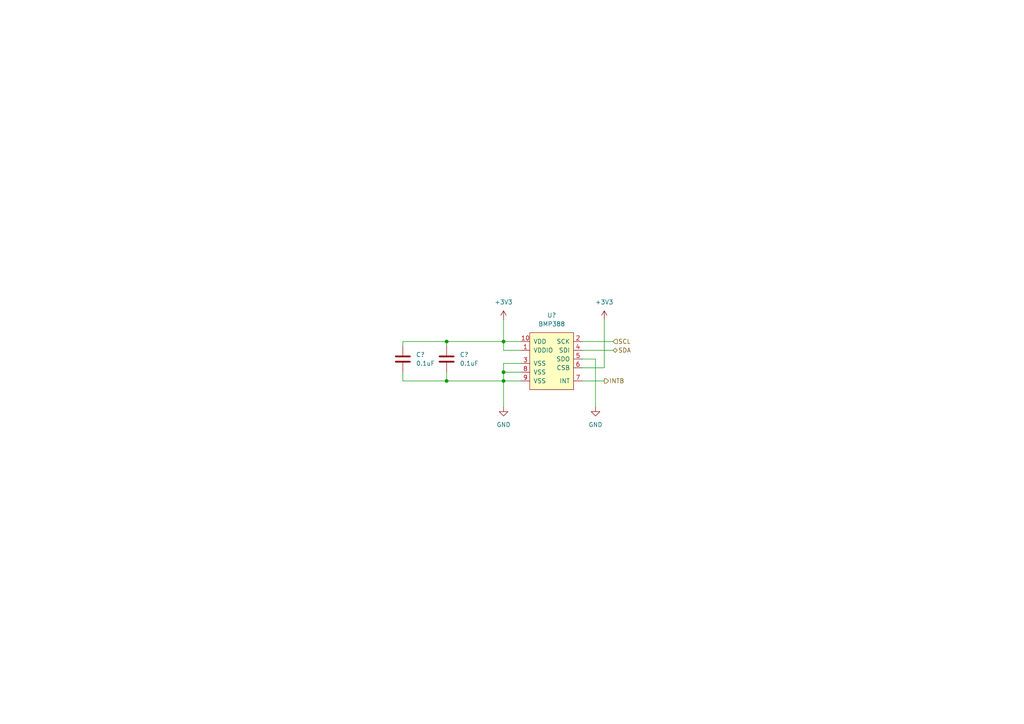
<source format=kicad_sch>
(kicad_sch (version 20211123) (generator eeschema)
  (paper "A4")
  (lib_symbols
    (symbol "Device:C" (pin_numbers hide) (pin_names (offset 0.254))
      (property "Reference" "C" (at 0.635 2.54 0))
      (property "Value" "C" (at 0.635 -2.54 0))
      (symbol "C_0_1"
        (polyline (pts (xy -2.032 -0.762) (xy 2.032 -0.762)) (stroke (width 0.508)))
        (polyline (pts (xy -2.032 0.762) (xy 2.032 0.762)) (stroke (width 0.508)))
      )
      (symbol "C_1_1"
        (pin passive line (at 0 3.81 270) (length 2.794) (name "~") (number "1"))
        (pin passive line (at 0 -3.81 90) (length 2.794) (name "~") (number "2"))
      )
    )
    (symbol "TBC_Sensors:BMP388" (pin_names (offset 1.016))
      (property "Reference" "U3" (at 0 12.7 0))
      (property "Value" "BMP388" (at 0 10.16 0))
      (symbol "BMP388_0_1"
        (rectangle (start -6.35 7.62) (end 6.35 -8.89) (fill (type background)))
      )
      (symbol "BMP388_1_1"
        (pin power_in line (at -8.89 2.54 0) (length 2.54) (name "VDDIO") (number "1"))
        (pin power_in line (at -8.89 5.08 0) (length 2.54) (name "VDD") (number "10"))
        (pin input line (at 8.89 5.08 180) (length 2.54) (name "SCK") (number "2"))
        (pin unspecified line (at -8.89 -1.27 0) (length 2.54) (name "VSS") (number "3"))
        (pin bidirectional line (at 8.89 2.54 180) (length 2.54) (name "SDI") (number "4"))
        (pin bidirectional line (at 8.89 0 180) (length 2.54) (name "SDO") (number "5"))
        (pin input line (at 8.89 -2.54 180) (length 2.54) (name "CSB") (number "6"))
        (pin output line (at 8.89 -6.35 180) (length 2.54) (name "INT") (number "7"))
        (pin unspecified line (at -8.89 -3.81 0) (length 2.54) (name "VSS") (number "8"))
        (pin unspecified line (at -8.89 -6.35 0) (length 2.54) (name "VSS") (number "9"))
      )
    )
    (symbol "power:+3.3V" (power) (pin_names (offset 0))
      (property "Value" "+3.3V" (at 0 3.556 0))
      (symbol "+3.3V_0_1"
        (polyline (pts (xy -0.762 1.27) (xy 0 2.54)))
        (polyline (pts (xy 0 0) (xy 0 2.54)))
        (polyline (pts (xy 0 2.54) (xy 0.762 1.27)))
      )
      (symbol "+3.3V_1_1"
        (pin power_in line (at 0 0 90) (length 0) hide (name "+3V3") (number "1"))
      )
    )
    (symbol "power:GND" (power) (pin_names (offset 0))
      (property "Value" "GND" (at 0 -3.81 0))
      (symbol "GND_0_1"
        (polyline (pts (xy 0 0) (xy 0 -1.27) (xy 1.27 -1.27) (xy 0 -2.54) (xy -1.27 -1.27) (xy 0 -1.27)))
      )
      (symbol "GND_1_1"
        (pin power_in line (at 0 0 270) (length 0) hide (name "GND") (number "1"))
      )
    )
  )
  (junction (at 146.05 99.06))
  (junction (at 129.54 110.49))
  (junction (at 129.54 99.06))
  (junction (at 146.05 110.49))
  (junction (at 146.05 107.95))
  (wire (pts (xy 151.13 107.95) (xy 146.05 107.95)))
  (wire (pts (xy 168.91 106.68) (xy 175.26 106.68)))
  (wire (pts (xy 146.05 110.49) (xy 151.13 110.49)))
  (wire (pts (xy 116.84 99.06) (xy 129.54 99.06)))
  (wire (pts (xy 168.91 110.49) (xy 175.26 110.49)))
  (wire (pts (xy 175.26 106.68) (xy 175.26 92.71)))
  (wire (pts (xy 129.54 110.49) (xy 146.05 110.49)))
  (wire (pts (xy 146.05 110.49) (xy 146.05 118.11)))
  (wire (pts (xy 146.05 99.06) (xy 146.05 92.71)))
  (wire (pts (xy 168.91 104.14) (xy 172.72 104.14)))
  (wire (pts (xy 168.91 99.06) (xy 177.8 99.06)))
  (wire (pts (xy 146.05 107.95) (xy 146.05 110.49)))
  (wire (pts (xy 129.54 100.33) (xy 129.54 99.06)))
  (wire (pts (xy 116.84 110.49) (xy 129.54 110.49)))
  (wire (pts (xy 172.72 104.14) (xy 172.72 118.11)))
  (wire (pts (xy 146.05 105.41) (xy 146.05 107.95)))
  (wire (pts (xy 129.54 107.95) (xy 129.54 110.49)))
  (wire (pts (xy 129.54 99.06) (xy 146.05 99.06)))
  (wire (pts (xy 116.84 107.95) (xy 116.84 110.49)))
  (wire (pts (xy 146.05 101.6) (xy 146.05 99.06)))
  (wire (pts (xy 151.13 101.6) (xy 146.05 101.6)))
  (wire (pts (xy 168.91 101.6) (xy 177.8 101.6)))
  (wire (pts (xy 151.13 105.41) (xy 146.05 105.41)))
  (wire (pts (xy 146.05 99.06) (xy 151.13 99.06)))
  (wire (pts (xy 116.84 100.33) (xy 116.84 99.06)))
  (hierarchical_label "SCL" (shape input) (at 177.8 99.06 0))
  (hierarchical_label "INTB" (shape output) (at 175.26 110.49 0))
  (hierarchical_label "SDA" (shape bidirectional) (at 177.8 101.6 0))
  (symbol (lib_id "power:GND") (at 172.72 118.11 0) (unit 1)
    (property "Reference" "#PWR?" (effects hide))
    (property "Value" "GND" (at 172.72 123.19 0))
  )
  (symbol (lib_id "power:+3.3V") (at 175.26 92.71 0) (unit 1)
    (property "Reference" "#PWR?" (effects hide))
    (property "Value" "+3.3V" (at 175.26 87.63 0))
  )
  (symbol (lib_id "power:+3.3V") (at 146.05 92.71 0) (unit 1)
    (property "Reference" "#PWR?" (effects hide))
    (property "Value" "+3.3V" (at 146.05 87.63 0))
  )
  (symbol (lib_id "Device:C") (at 116.84 104.14 0) (unit 1)
    (property "Reference" "C?" (at 120.65 102.8699 0) (effects (justify left)))
    (property "Value" "0.1uF" (at 120.65 105.4099 0) (effects (justify left)))
    (property "Footprint" "Capacitor_SMD:C_0603_1608Metric" (effects hide))
  )
  (symbol (lib_id "power:GND") (at 146.05 118.11 0) (unit 1)
    (property "Reference" "#PWR?" (effects hide))
    (property "Value" "GND" (at 146.05 123.19 0))
  )
  (symbol (lib_id "TBC_Sensors:BMP388") (at 160.02 104.14 0) (unit 1)
    (property "Reference" "U?" (at 160.02 91.44 0))
    (property "Value" "BMP388" (at 160.02 93.98 0))
    (property "Footprint" "BMP388:PQFN50P200X200X80-10N" (effects hide))
  )
  (symbol (lib_id "Device:C") (at 129.54 104.14 0) (unit 1)
    (property "Reference" "C?" (at 133.35 102.8699 0) (effects (justify left)))
    (property "Value" "0.1uF" (at 133.35 105.4099 0) (effects (justify left)))
    (property "Footprint" "Capacitor_SMD:C_0603_1608Metric" (effects hide))
  )
)
</source>
